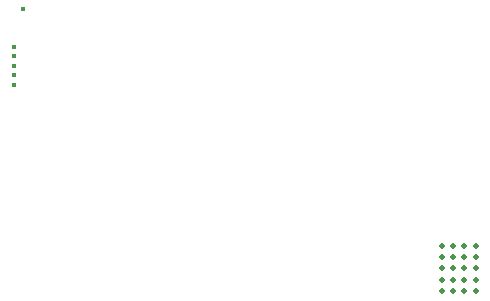
<source format=gbr>
%TF.GenerationSoftware,KiCad,Pcbnew,5.1.6-c6e7f7d~86~ubuntu18.04.1*%
%TF.CreationDate,2020-06-01T18:26:28-05:00*%
%TF.ProjectId,AP2100,41503231-3030-42e6-9b69-6361645f7063,rev?*%
%TF.SameCoordinates,Original*%
%TF.FileFunction,Copper,L3,Inr*%
%TF.FilePolarity,Positive*%
%FSLAX46Y46*%
G04 Gerber Fmt 4.6, Leading zero omitted, Abs format (unit mm)*
G04 Created by KiCad (PCBNEW 5.1.6-c6e7f7d~86~ubuntu18.04.1) date 2020-06-01 18:26:28*
%MOMM*%
%LPD*%
G01*
G04 APERTURE LIST*
%TA.AperFunction,ViaPad*%
%ADD10C,0.499999*%
%TD*%
%TA.AperFunction,ViaPad*%
%ADD11C,0.400000*%
%TD*%
G04 APERTURE END LIST*
D10*
%TO.N,N/C*%
%TO.C,U1*%
X103525000Y-121449999D03*
X103525000Y-123350001D03*
X103525000Y-122400000D03*
X104475000Y-122400000D03*
X104475000Y-123350001D03*
X104475000Y-121449999D03*
X104475000Y-120499999D03*
X103525000Y-120499999D03*
X103525000Y-124300001D03*
X104475000Y-124300001D03*
X105425001Y-124300001D03*
X105425001Y-120499999D03*
X105425001Y-121449999D03*
X105425001Y-123350001D03*
X105425001Y-122400000D03*
X102574999Y-122400000D03*
X102574999Y-123350001D03*
X102574999Y-121449999D03*
X102574999Y-120499999D03*
X102574999Y-124300001D03*
%TD*%
D11*
%TO.N,*%
X66340000Y-106030000D03*
X66340000Y-104430000D03*
%TO.N,GND*%
X66340000Y-106830000D03*
%TO.N,Net-(U2-PadW22)*%
X66340000Y-105230000D03*
%TO.N,Net-(U2-PadU22)*%
X66340000Y-103630000D03*
%TO.N,Net-(U2-PadN23)*%
X67140000Y-100430000D03*
%TD*%
M02*

</source>
